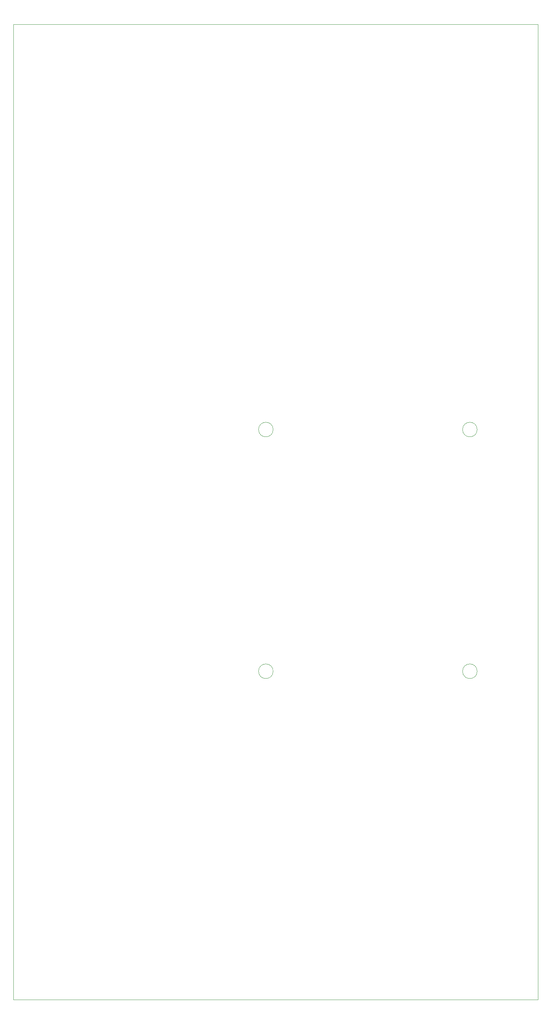
<source format=gbr>
%TF.GenerationSoftware,KiCad,Pcbnew,9.0.0*%
%TF.CreationDate,2025-03-11T18:36:24-04:00*%
%TF.ProjectId,pnp_controller,706e705f-636f-46e7-9472-6f6c6c65722e,rev?*%
%TF.SameCoordinates,Original*%
%TF.FileFunction,Profile,NP*%
%FSLAX46Y46*%
G04 Gerber Fmt 4.6, Leading zero omitted, Abs format (unit mm)*
G04 Created by KiCad (PCBNEW 9.0.0) date 2025-03-11 18:36:24*
%MOMM*%
%LPD*%
G01*
G04 APERTURE LIST*
%TA.AperFunction,Profile*%
%ADD10C,0.050000*%
%TD*%
G04 APERTURE END LIST*
D10*
X106420000Y-103240000D02*
G75*
G02*
X102920000Y-103240000I-1750000J0D01*
G01*
X102920000Y-103240000D02*
G75*
G02*
X106420000Y-103240000I1750000J0D01*
G01*
X155420000Y-103240000D02*
G75*
G02*
X151920000Y-103240000I-1750000J0D01*
G01*
X151920000Y-103240000D02*
G75*
G02*
X155420000Y-103240000I1750000J0D01*
G01*
X155420000Y-45240000D02*
G75*
G02*
X151920000Y-45240000I-1750000J0D01*
G01*
X151920000Y-45240000D02*
G75*
G02*
X155420000Y-45240000I1750000J0D01*
G01*
X106420000Y-45240000D02*
G75*
G02*
X102920000Y-45240000I-1750000J0D01*
G01*
X102920000Y-45240000D02*
G75*
G02*
X106420000Y-45240000I1750000J0D01*
G01*
X44000000Y52000000D02*
X170000000Y52000000D01*
X170000000Y-182000000D01*
X44000000Y-182000000D01*
X44000000Y52000000D01*
M02*

</source>
